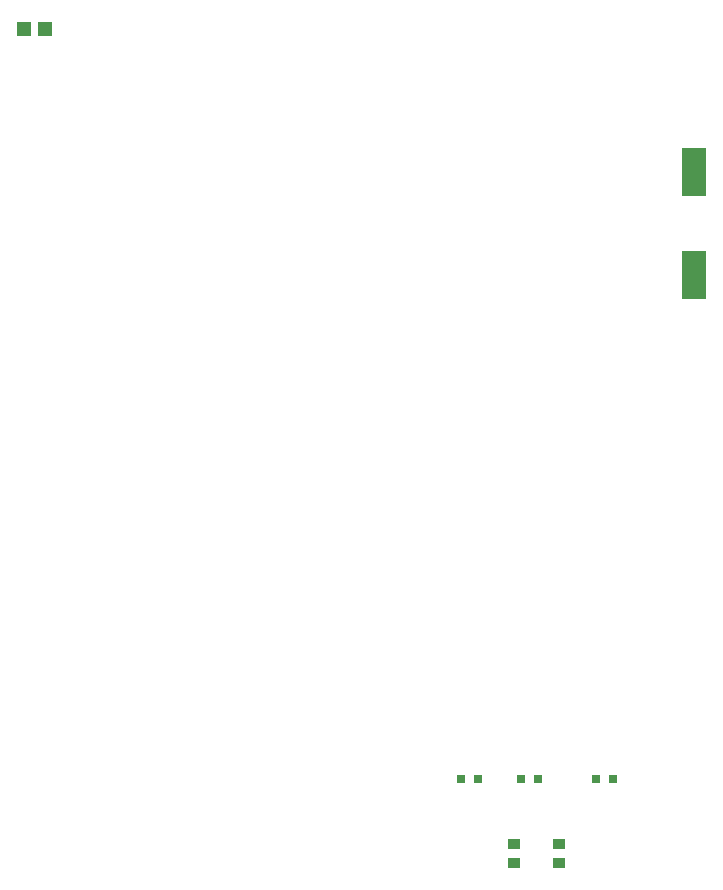
<source format=gbr>
G04 EAGLE Gerber RS-274X export*
G75*
%MOMM*%
%FSLAX34Y34*%
%LPD*%
%INSolderpaste Top*%
%IPPOS*%
%AMOC8*
5,1,8,0,0,1.08239X$1,22.5*%
G01*
%ADD10R,2.000000X4.100000*%
%ADD11R,0.800000X0.800000*%
%ADD12R,1.031241X0.949959*%
%ADD13R,1.143000X1.270000*%


D10*
X609600Y653100D03*
X609600Y566100D03*
D11*
X411600Y139700D03*
X426600Y139700D03*
X462400Y139700D03*
X477400Y139700D03*
X525900Y139700D03*
X540900Y139700D03*
D12*
X457200Y68199D03*
X457200Y84201D03*
X495300Y68199D03*
X495300Y84201D03*
D13*
X59690Y774700D03*
X41910Y774700D03*
M02*

</source>
